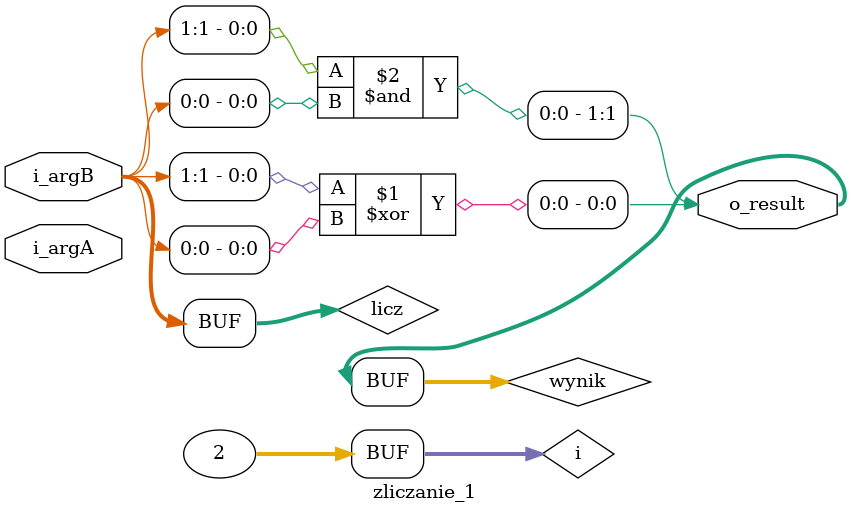
<source format=sv>
/* Generated by Yosys 0.9 (git sha1 1979e0b) */

module zliczanie_1(i_argA, i_argB, o_result);
  wire [31:0] i;
  input [1:0] i_argA;
  input [1:0] i_argB;
  wire [1:0] licz;
  output [1:0] o_result;
  wire [1:0] wynik;
  assign o_result[0] = i_argB[1] ^ i_argB[0];
  assign o_result[1] = i_argB[1] & i_argB[0];
  assign i = 32'd2;
  assign licz = i_argB;
  assign wynik = o_result;
endmodule

</source>
